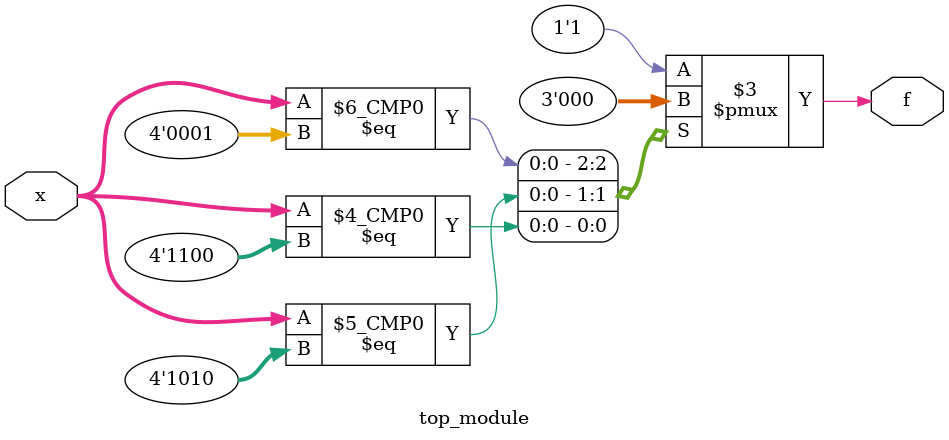
<source format=sv>
module top_module (
    input [4:1] x,
    output logic f
);

always_comb begin
    case ({x[4], x[3], x[2], x[1]})
        4'b0001: f = 0;
        4'b0011: f = 1;
        4'b0111: f = 1;
        4'b1001: f = 1;
        4'b1010: f = 0;
        4'b1100: f = 0;
        default: f = 1; // Treat don't-care as 1
    endcase
end

endmodule

</source>
